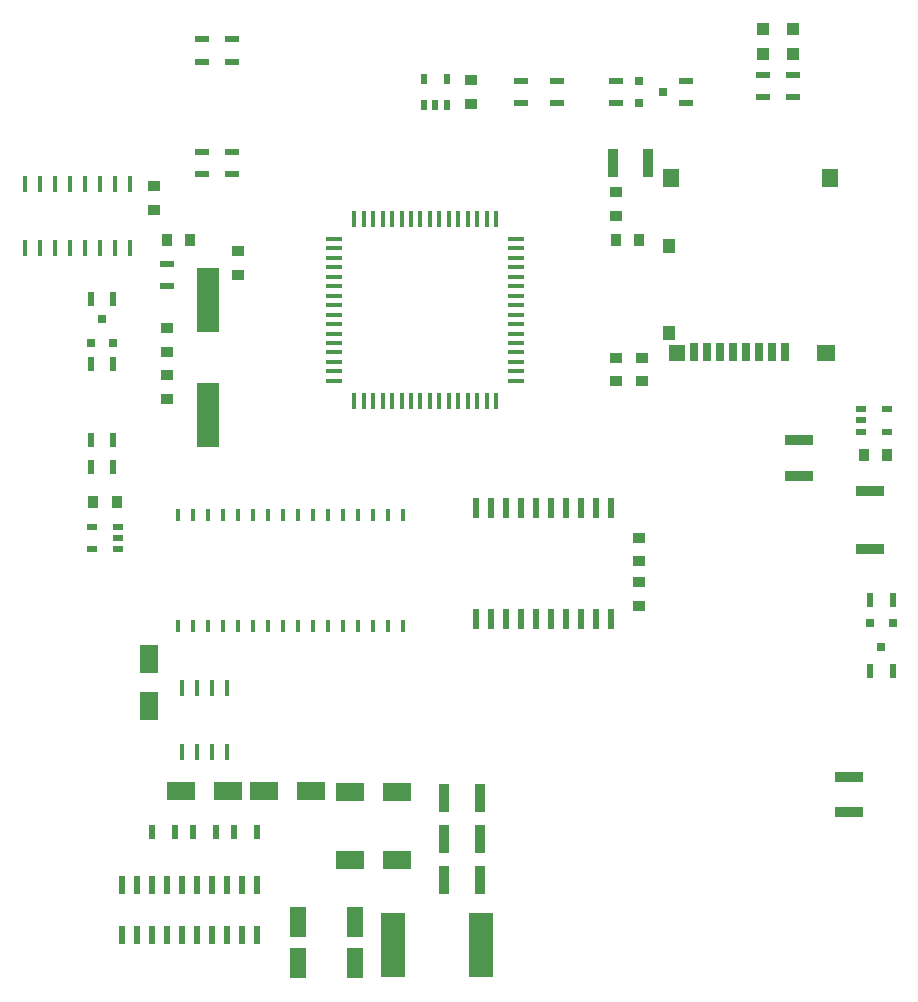
<source format=gtp>
G04 #@! TF.FileFunction,Paste,Top*
%FSLAX46Y46*%
G04 Gerber Fmt 4.6, Leading zero omitted, Abs format (unit mm)*
G04 Created by KiCad (PCBNEW 4.0.5+dfsg1-4) date Tue May 30 16:14:19 2017*
%MOMM*%
%LPD*%
G01*
G04 APERTURE LIST*
%ADD10C,0.100000*%
%ADD11R,0.850000X2.350000*%
%ADD12R,0.610000X1.650000*%
%ADD13R,0.612000X1.800000*%
%ADD14R,0.307200X1.120000*%
%ADD15R,0.650000X1.530000*%
%ADD16R,1.450000X1.350000*%
%ADD17R,1.550000X1.350000*%
%ADD18R,1.140000X1.150000*%
%ADD19R,1.140000X1.250000*%
%ADD20R,1.350000X1.550000*%
%ADD21R,1.950580X5.450700*%
%ADD22R,0.400000X1.350000*%
%ADD23R,1.350000X0.400000*%
%ADD24R,1.150000X0.550000*%
%ADD25R,1.100000X0.850000*%
%ADD26R,0.850000X1.100000*%
%ADD27R,2.350000X0.850000*%
%ADD28R,1.351140X2.550020*%
%ADD29R,0.910000X0.500000*%
%ADD30R,0.500000X0.910000*%
%ADD31R,0.450000X1.400000*%
%ADD32R,0.550000X1.150000*%
%ADD33R,0.650100X0.650100*%
%ADD34R,0.450000X1.350000*%
%ADD35R,2.349360X1.650860*%
%ADD36R,1.650860X2.349360*%
%ADD37R,2.150000X5.450000*%
%ADD38R,1.048880X1.048880*%
G04 APERTURE END LIST*
D10*
D11*
X96000000Y-126750000D03*
X99000000Y-126750000D03*
D12*
X68700000Y-138380000D03*
X68700000Y-134180000D03*
X69970000Y-138380000D03*
X69970000Y-134180000D03*
X71240000Y-138380000D03*
X71240000Y-134180000D03*
X72510000Y-138380000D03*
X72510000Y-134180000D03*
X73780000Y-138380000D03*
X73780000Y-134180000D03*
X75050000Y-138380000D03*
X75050000Y-134180000D03*
X76320000Y-138380000D03*
X76320000Y-134180000D03*
X77590000Y-138380000D03*
X77590000Y-134180000D03*
X78860000Y-138380000D03*
X78860000Y-134180000D03*
X80130000Y-138380000D03*
X80130000Y-134180000D03*
D13*
X110140000Y-102250000D03*
X108870000Y-102250000D03*
X107600000Y-102250000D03*
X106330000Y-102250000D03*
X105060000Y-102250000D03*
X103790000Y-102250000D03*
X102520000Y-102250000D03*
X101250000Y-102250000D03*
X99980000Y-102250000D03*
X98710000Y-102250000D03*
X98710000Y-111650000D03*
X99980000Y-111650000D03*
X101250000Y-111650000D03*
X102520000Y-111650000D03*
X103790000Y-111650000D03*
X105060000Y-111650000D03*
X106330000Y-111650000D03*
X107600000Y-111650000D03*
X108870000Y-111650000D03*
X110140000Y-111650000D03*
D14*
X77285000Y-112199000D03*
X78555000Y-112199000D03*
X79825000Y-112199000D03*
X81095000Y-112199000D03*
X82365000Y-112199000D03*
X87445000Y-112199000D03*
X88715000Y-112199000D03*
X89985000Y-112199000D03*
X91255000Y-112199000D03*
X92525000Y-112199000D03*
X92525000Y-102801000D03*
X91255000Y-102801000D03*
X89985000Y-102801000D03*
X88715000Y-102801000D03*
X87445000Y-102801000D03*
X82365000Y-102801000D03*
X81095000Y-102801000D03*
X79825000Y-102801000D03*
X78555000Y-102801000D03*
X77285000Y-102801000D03*
X76015000Y-102801000D03*
X74745000Y-102801000D03*
X73475000Y-102801000D03*
X86175000Y-102801000D03*
X84905000Y-102801000D03*
X83635000Y-102801000D03*
X86175000Y-112199000D03*
X84905000Y-112199000D03*
X83635000Y-112199000D03*
X76015000Y-112199000D03*
X74745000Y-112199000D03*
X73475000Y-112199000D03*
D15*
X117100000Y-89000000D03*
X118200000Y-89000000D03*
X119300000Y-89000000D03*
X120400000Y-89000000D03*
X121500000Y-89000000D03*
X122600000Y-89000000D03*
X123700000Y-89000000D03*
X124800000Y-89000000D03*
D16*
X115700000Y-89090000D03*
D17*
X128350000Y-89090000D03*
D18*
X115055000Y-87440000D03*
D19*
X115055000Y-80040000D03*
D20*
X115160000Y-74240000D03*
X128660000Y-74240000D03*
D21*
X76000000Y-84651140D03*
X76000000Y-94348860D03*
D22*
X100374529Y-77750019D03*
X99574529Y-77750019D03*
X98774529Y-77750019D03*
X97974529Y-77750019D03*
X97174529Y-77750019D03*
X96374529Y-77750019D03*
X95574529Y-77750019D03*
X94774529Y-77750019D03*
X93974529Y-77750019D03*
X93174529Y-77750019D03*
X92374529Y-77750019D03*
X91574529Y-77750019D03*
X90774529Y-77750019D03*
X89974529Y-77750019D03*
X89174529Y-77750019D03*
X88374529Y-77750019D03*
D23*
X86674529Y-79450019D03*
X86674529Y-80250019D03*
X86674529Y-81050019D03*
X86674529Y-81850019D03*
X86674529Y-82650019D03*
X86674529Y-83450019D03*
X86674529Y-84250019D03*
X86674529Y-85050019D03*
X86674529Y-85850019D03*
X86674529Y-86650019D03*
X86674529Y-87450019D03*
X86674529Y-88250019D03*
X86674529Y-89050019D03*
X86674529Y-89850019D03*
X86674529Y-90650019D03*
X86674529Y-91450019D03*
D22*
X88374529Y-93150019D03*
X89174529Y-93150019D03*
X89974529Y-93150019D03*
X90774529Y-93150019D03*
X91574529Y-93150019D03*
X92374529Y-93150019D03*
X93174529Y-93150019D03*
X93974529Y-93150019D03*
X94774529Y-93150019D03*
X95574529Y-93150019D03*
X96374529Y-93150019D03*
X97174529Y-93150019D03*
X97974529Y-93150019D03*
X98774529Y-93150019D03*
X99574529Y-93150019D03*
X100374529Y-93150019D03*
D23*
X102074529Y-91450019D03*
X102074529Y-90650019D03*
X102074529Y-89850019D03*
X102074529Y-89050019D03*
X102074529Y-88250019D03*
X102074529Y-87450019D03*
X102074529Y-86650019D03*
X102074529Y-85850019D03*
X102074529Y-85050019D03*
X102074529Y-84250019D03*
X102074529Y-83450019D03*
X102074529Y-82650019D03*
X102074529Y-81850019D03*
X102074529Y-81050019D03*
X102074529Y-80250019D03*
X102074529Y-79450019D03*
D24*
X72500000Y-81550000D03*
X72500000Y-83450000D03*
D25*
X110500000Y-91500000D03*
X110500000Y-89500000D03*
X78500000Y-80500000D03*
X78500000Y-82500000D03*
X112500000Y-106750000D03*
X112500000Y-104750000D03*
D26*
X74500000Y-79500000D03*
X72500000Y-79500000D03*
D25*
X72500000Y-89000000D03*
X72500000Y-87000000D03*
X72500000Y-91000000D03*
X72500000Y-93000000D03*
X110500000Y-75500000D03*
X110500000Y-77500000D03*
D26*
X110500000Y-79500000D03*
X112500000Y-79500000D03*
D11*
X113250000Y-73000000D03*
X110250000Y-73000000D03*
D26*
X68250000Y-101750000D03*
X66250000Y-101750000D03*
D25*
X98250000Y-68000000D03*
X98250000Y-66000000D03*
D26*
X131500000Y-97750000D03*
X133500000Y-97750000D03*
D11*
X99000000Y-130250000D03*
X96000000Y-130250000D03*
X99000000Y-133750000D03*
X96000000Y-133750000D03*
D27*
X130250000Y-128000000D03*
X130250000Y-125000000D03*
D28*
X88400300Y-140750000D03*
X83599700Y-140750000D03*
D27*
X126000000Y-99500000D03*
X126000000Y-96500000D03*
X132000000Y-105700000D03*
X132000000Y-100800000D03*
D29*
X68350000Y-105700000D03*
X68350000Y-104750000D03*
X68350000Y-103800000D03*
X66150000Y-103800000D03*
X66150000Y-105700000D03*
D30*
X94300000Y-68100000D03*
X95250000Y-68100000D03*
X96200000Y-68100000D03*
X96200000Y-65900000D03*
X94300000Y-65900000D03*
D29*
X131300000Y-93850000D03*
X131300000Y-94800000D03*
X131300000Y-95750000D03*
X133500000Y-95750000D03*
X133500000Y-93850000D03*
D31*
X77607876Y-117490452D03*
X76337876Y-117490452D03*
X75067876Y-117490452D03*
X73797876Y-117490452D03*
X73797876Y-122890452D03*
X75067876Y-122890452D03*
X76337876Y-122890452D03*
X77607876Y-122890452D03*
D32*
X76652876Y-129690452D03*
X74752876Y-129690452D03*
D24*
X75500000Y-62550000D03*
X75500000Y-64450000D03*
X78000000Y-62550000D03*
X78000000Y-64450000D03*
X75500000Y-73950000D03*
X75500000Y-72050000D03*
D32*
X80102876Y-129690452D03*
X78202876Y-129690452D03*
X73152876Y-129690452D03*
X71252876Y-129690452D03*
D33*
X66050000Y-88250760D03*
X67950000Y-88250760D03*
X67000000Y-86251780D03*
X112499240Y-66050000D03*
X112499240Y-67950000D03*
X114498220Y-67000000D03*
X133950000Y-111999240D03*
X132050000Y-111999240D03*
X133000000Y-113998220D03*
D32*
X66050000Y-84500000D03*
X67950000Y-84500000D03*
D24*
X116500000Y-66050000D03*
X116500000Y-67950000D03*
D32*
X133950000Y-116000000D03*
X132050000Y-116000000D03*
X67950000Y-90000000D03*
X66050000Y-90000000D03*
D24*
X110500000Y-67950000D03*
X110500000Y-66050000D03*
D32*
X132050000Y-110000000D03*
X133950000Y-110000000D03*
D24*
X78000000Y-72050000D03*
X78000000Y-73950000D03*
D34*
X69345000Y-74800000D03*
X68075000Y-74800000D03*
X66805000Y-74800000D03*
X65535000Y-74800000D03*
X64265000Y-74800000D03*
X62995000Y-74800000D03*
X61725000Y-74800000D03*
X60455000Y-74800000D03*
X60455000Y-80200000D03*
X61725000Y-80200000D03*
X62995000Y-80200000D03*
X64265000Y-80200000D03*
X65535000Y-80200000D03*
X66805000Y-80200000D03*
X68075000Y-80200000D03*
X69345000Y-80200000D03*
D35*
X91998980Y-126250000D03*
X88001020Y-126250000D03*
X80703896Y-126190452D03*
X84701856Y-126190452D03*
X73703896Y-126190452D03*
X77701856Y-126190452D03*
D36*
X71000000Y-118998980D03*
X71000000Y-115001020D03*
D37*
X99061752Y-139245248D03*
X91661752Y-139245248D03*
D25*
X112750000Y-91500000D03*
X112750000Y-89500000D03*
D38*
X123000000Y-61700980D03*
X123000000Y-63799020D03*
X125500000Y-61700980D03*
X125500000Y-63799020D03*
D24*
X123000000Y-65550000D03*
X123000000Y-67450000D03*
X125500000Y-65550000D03*
X125500000Y-67450000D03*
D32*
X67950000Y-98750000D03*
X66050000Y-98750000D03*
D24*
X105500000Y-67950000D03*
X105500000Y-66050000D03*
D32*
X66050000Y-96500000D03*
X67950000Y-96500000D03*
D24*
X102500000Y-67950000D03*
X102500000Y-66050000D03*
D25*
X112500000Y-108500000D03*
X112500000Y-110500000D03*
X71400000Y-77000000D03*
X71400000Y-75000000D03*
D28*
X88400300Y-137250000D03*
X83599700Y-137250000D03*
D35*
X91998980Y-132000000D03*
X88001020Y-132000000D03*
M02*

</source>
